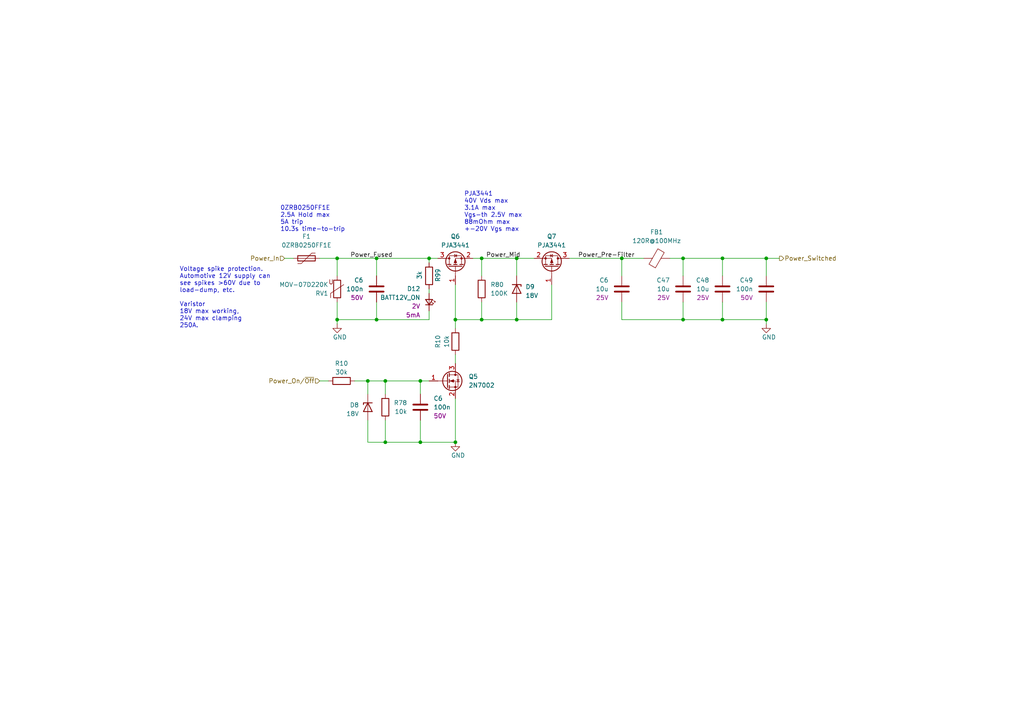
<source format=kicad_sch>
(kicad_sch (version 20250114) (generator "eeschema") (generator_version "9.0")
  (paper "A4")
  (title_block (title "Main architecture") (date "2025-08-10") (rev "1.4") (company "Alex Miller & Martin Roger") (comment 1 "https://github.com/martinroger/VXDash") (comment 2 "https://cadlab.io/projects/vxdash"))
  (lib_symbols
    (symbol "Device:D_Zener" (pin_numbers (hide yes)) (pin_names (offset 1.016) (hide yes))
      (property "Reference" "D" (at 0 2.54 0))
      (property "Value" "D_Zener" (at 0 -2.54 0))
      (symbol "D_Zener_0_1"
        (polyline (pts (xy -1.27 -1.27) (xy -1.27 1.27) (xy -0.762 1.27)) (stroke (width 0.254)))
        (polyline (pts (xy 1.27 0) (xy -1.27 0)))
        (polyline (pts (xy 1.27 -1.27) (xy 1.27 1.27) (xy -1.27 0) (xy 1.27 -1.27)) (stroke (width 0.254)))
      )
      (symbol "D_Zener_1_1"
        (pin passive line (at -3.81 0 0) (length 2.54) (name "K") (number "1"))
        (pin passive line (at 3.81 0 180) (length 2.54) (name "A") (number "2"))
      )
    )
    (symbol "Device:FerriteBead" (pin_numbers (hide yes)) (pin_names (offset 0))
      (property "Reference" "FB" (at -3.81 0.635 90))
      (property "Value" "FerriteBead" (at 3.81 0 90))
      (symbol "FerriteBead_0_1"
        (polyline (pts (xy -2.7686 0.4064) (xy -1.7018 2.2606) (xy 2.7686 -0.3048) (xy 1.6764 -2.159) (xy -2.7686 0.4064)))
        (polyline (pts (xy 0 1.27) (xy 0 1.2954)))
        (polyline (pts (xy 0 -1.27) (xy 0 -1.2192)))
      )
      (symbol "FerriteBead_1_1"
        (pin passive line (at 0 3.81 270) (length 2.54) (name "~") (number "1"))
        (pin passive line (at 0 -3.81 90) (length 2.54) (name "~") (number "2"))
      )
    )
    (symbol "Device:Polyfuse" (pin_numbers (hide yes)) (pin_names (offset 0))
      (property "Reference" "F" (at -2.54 0 90))
      (property "Value" "Polyfuse" (at 2.54 0 90))
      (symbol "Polyfuse_0_1"
        (polyline (pts (xy -1.524 2.54) (xy -1.524 1.524) (xy 1.524 -1.524) (xy 1.524 -2.54)))
        (rectangle (start -0.762 2.54) (end 0.762 -2.54) (stroke (width 0.254)))
        (polyline (pts (xy 0 2.54) (xy 0 -2.54)))
      )
      (symbol "Polyfuse_1_1"
        (pin passive line (at 0 3.81 270) (length 1.27) (name "~") (number "1"))
        (pin passive line (at 0 -3.81 90) (length 1.27) (name "~") (number "2"))
      )
    )
    (symbol "Device:Varistor" (pin_numbers (hide yes)) (pin_names (offset 0))
      (property "Reference" "RV" (at 3.175 0 90))
      (property "Value" "Varistor" (at -3.175 0 90))
      (symbol "Varistor_0_0"
        (text "U" (at -1.778 -2.032 0) (effects (font (size 1.27 1.27))))
      )
      (symbol "Varistor_0_1"
        (polyline (pts (xy -1.905 2.54) (xy -1.905 1.27) (xy 1.905 -1.27)))
        (rectangle (start -1.016 -2.54) (end 1.016 2.54) (stroke (width 0.254)))
      )
      (symbol "Varistor_1_1"
        (pin passive line (at 0 3.81 270) (length 1.27) (name "~") (number "1"))
        (pin passive line (at 0 -3.81 90) (length 1.27) (name "~") (number "2"))
      )
    )
    (symbol "Transistor_FET:Q_NMOS_GSD" (pin_names (offset 0) (hide yes))
      (property "Reference" "Q" (at 5.08 1.905 0))
      (property "Value" "Q_NMOS_GSD" (at 5.08 0 0))
      (symbol "Q_NMOS_GSD_0_1"
        (polyline (pts (xy 0.254 1.905) (xy 0.254 -1.905)) (stroke (width 0.254)))
        (polyline (pts (xy 0.254 0) (xy -2.54 0)))
        (polyline (pts (xy 0.762 2.286) (xy 0.762 1.27)) (stroke (width 0.254)))
        (polyline (pts (xy 0.762 0.508) (xy 0.762 -0.508)) (stroke (width 0.254)))
        (polyline (pts (xy 0.762 -1.27) (xy 0.762 -2.286)) (stroke (width 0.254)))
        (polyline (pts (xy 0.762 -1.778) (xy 3.302 -1.778) (xy 3.302 1.778) (xy 0.762 1.778)))
        (polyline (pts (xy 1.016 0) (xy 2.032 0.381) (xy 2.032 -0.381) (xy 1.016 0)) (fill (type outline)))
        (circle (center 1.651 0) (radius 2.794) (stroke (width 0.254)))
        (polyline (pts (xy 2.54 2.54) (xy 2.54 1.778)))
        (circle (center 2.54 1.778) (radius 0.254) (fill (type outline)))
        (circle (center 2.54 -1.778) (radius 0.254) (fill (type outline)))
        (polyline (pts (xy 2.54 -2.54) (xy 2.54 0) (xy 0.762 0)))
        (polyline (pts (xy 2.921 0.381) (xy 3.683 0.381)))
        (polyline (pts (xy 3.302 0.381) (xy 2.921 -0.254) (xy 3.683 -0.254) (xy 3.302 0.381)))
      )
      (symbol "Q_NMOS_GSD_1_1"
        (pin input line (at -5.08 0 0) (length 2.54) (name "G") (number "1"))
        (pin passive line (at 2.54 5.08 270) (length 2.54) (name "D") (number "3"))
        (pin passive line (at 2.54 -5.08 90) (length 2.54) (name "S") (number "2"))
      )
    )
    (symbol "Transistor_FET:Q_PMOS_GSD" (pin_names (offset 0) (hide yes))
      (property "Reference" "Q" (at 5.08 1.905 0))
      (property "Value" "Q_PMOS_GSD" (at 5.08 0 0))
      (symbol "Q_PMOS_GSD_0_1"
        (polyline (pts (xy 0.254 1.905) (xy 0.254 -1.905)) (stroke (width 0.254)))
        (polyline (pts (xy 0.254 0) (xy -2.54 0)))
        (polyline (pts (xy 0.762 2.286) (xy 0.762 1.27)) (stroke (width 0.254)))
        (polyline (pts (xy 0.762 1.778) (xy 3.302 1.778) (xy 3.302 -1.778) (xy 0.762 -1.778)))
        (polyline (pts (xy 0.762 0.508) (xy 0.762 -0.508)) (stroke (width 0.254)))
        (polyline (pts (xy 0.762 -1.27) (xy 0.762 -2.286)) (stroke (width 0.254)))
        (circle (center 1.651 0) (radius 2.794) (stroke (width 0.254)))
        (polyline (pts (xy 2.286 0) (xy 1.27 0.381) (xy 1.27 -0.381) (xy 2.286 0)) (fill (type outline)))
        (polyline (pts (xy 2.54 2.54) (xy 2.54 1.778)))
        (circle (center 2.54 1.778) (radius 0.254) (fill (type outline)))
        (circle (center 2.54 -1.778) (radius 0.254) (fill (type outline)))
        (polyline (pts (xy 2.54 -2.54) (xy 2.54 0) (xy 0.762 0)))
        (polyline (pts (xy 2.921 -0.381) (xy 3.683 -0.381)))
        (polyline (pts (xy 3.302 -0.381) (xy 2.921 0.254) (xy 3.683 0.254) (xy 3.302 -0.381)))
      )
      (symbol "Q_PMOS_GSD_1_1"
        (pin input line (at -5.08 0 0) (length 2.54) (name "G") (number "1"))
        (pin passive line (at 2.54 5.08 270) (length 2.54) (name "D") (number "3"))
        (pin passive line (at 2.54 -5.08 90) (length 2.54) (name "S") (number "2"))
      )
    )
    (symbol "VXDash_diodes:LED_Small" (pin_numbers (hide yes)) (pin_names (offset 0.254) (hide yes))
      (property "Reference" "D1" (at 0.0635 6.35 0))
      (property "Value" "LED_Small" (at 0.0635 3.81 0))
      (property "Vf" "2V" (at 0 -4.572 0))
      (property "If" "5mA" (at 0 -2.54 0))
      (symbol "LED_Small_0_1"
        (polyline (pts (xy -0.762 -1.016) (xy -0.762 1.016)) (stroke (width 0.254)))
        (polyline (pts (xy 0 0.762) (xy -0.508 1.27) (xy -0.254 1.27) (xy -0.508 1.27) (xy -0.508 1.016)))
        (polyline (pts (xy 0.508 1.27) (xy 0 1.778) (xy 0.254 1.778) (xy 0 1.778) (xy 0 1.524)))
        (polyline (pts (xy 0.762 -1.016) (xy -0.762 0) (xy 0.762 1.016) (xy 0.762 -1.016)) (stroke (width 0.254)))
        (polyline (pts (xy 1.016 0) (xy -0.762 0)))
      )
      (symbol "LED_Small_1_1"
        (pin passive line (at -2.54 0 0) (length 1.778) (name "K") (number "1"))
        (pin passive line (at 2.54 0 180) (length 1.778) (name "A") (number "2"))
      )
    )
    (symbol "VXDash_passives:Cap_MLCC" (pin_numbers (hide yes)) (pin_names (offset 0.254))
      (property "Reference" "C" (at 2.54 2.54 0))
      (property "Value" "Cap_MLCC" (at 2.54 0 0))
      (property "Voltage" "50V" (at 2.54 -2.54 0))
      (symbol "Cap_MLCC_0_1"
        (polyline (pts (xy -2.032 0.762) (xy 2.032 0.762)) (stroke (width 0.508)))
        (polyline (pts (xy -2.032 -0.762) (xy 2.032 -0.762)) (stroke (width 0.508)))
      )
      (symbol "Cap_MLCC_1_1"
        (pin passive line (at 0 3.81 270) (length 2.794) (name "~") (number "1"))
        (pin passive line (at 0 -3.81 90) (length 2.794) (name "~") (number "2"))
      )
    )
    (symbol "VXDash_passives:Res" (pin_numbers (hide yes)) (pin_names (offset 0))
      (property "Reference" "R" (at 1.27 1.27 0))
      (property "Value" "Res" (at 1.27 -1.27 0))
      (symbol "Res_0_1"
        (rectangle (start -1.016 -2.54) (end 1.016 2.54) (stroke (width 0.254)))
      )
      (symbol "Res_1_1"
        (pin passive line (at 0 3.81 270) (length 1.27) (name "~") (number "1"))
        (pin passive line (at 0 -3.81 90) (length 1.27) (name "~") (number "2"))
      )
    )
    (symbol "power:GND" (power) (pin_numbers (hide yes)) (pin_names (offset 0) (hide yes))
      (property "Value" "GND" (at 0 -3.81 0))
      (symbol "GND_0_1"
        (polyline (pts (xy 0 0) (xy 0 -1.27) (xy 1.27 -1.27) (xy 0 -2.54) (xy -1.27 -1.27) (xy 0 -1.27)))
      )
      (symbol "GND_1_1"
        (pin power_in line (at 0 0 270) (length 0) (name "~") (number "1"))
      )
    )
  )
  (text "PJA3441\n40V Vds max\n3.1A max\nVgs-th 2.5V max\n88mOhm max\n+-20V Vgs max" (at 134.62 67.31 0) (effects (font (size 1.27 1.27)) (justify left bottom)))
  (text "Voltage spike protection.\nAutomotive 12V supply can \nsee spikes >60V due to \nload-dump, etc.\n\nVaristor\n18V max working,\n24V max clamping \n250A." (at 52.07 95.25 0) (effects (font (size 1.27 1.27)) (justify left bottom)))
  (text "0ZRB0250FF1E\n2.5A Hold max\n5A trip\n10.3s time-to-trip" (at 81.28 67.31 0) (effects (font (size 1.27 1.27)) (justify left bottom)))
  (junction (at 106.68 110.49))
  (junction (at 139.7 74.93))
  (junction (at 121.92 110.49))
  (junction (at 97.79 92.71))
  (junction (at 109.22 74.93))
  (junction (at 222.25 92.71))
  (junction (at 121.92 128.27))
  (junction (at 111.76 128.27))
  (junction (at 111.76 110.49))
  (junction (at 139.7 92.71))
  (junction (at 132.08 128.27))
  (junction (at 149.86 74.93))
  (junction (at 198.12 74.93))
  (junction (at 149.86 92.71))
  (junction (at 209.55 74.93))
  (junction (at 209.55 92.71))
  (junction (at 198.12 92.71))
  (junction (at 97.79 74.93))
  (junction (at 222.25 74.93))
  (junction (at 132.08 92.71))
  (junction (at 109.22 92.71))
  (junction (at 180.34 74.93))
  (junction (at 124.46 74.93))
  (wire (pts (xy 198.12 87.63) (xy 198.12 92.71)))
  (wire (pts (xy 92.71 74.93) (xy 97.79 74.93)))
  (wire (pts (xy 111.76 110.49) (xy 111.76 114.3)))
  (wire (pts (xy 180.34 74.93) (xy 180.34 80.01)))
  (wire (pts (xy 97.79 92.71) (xy 97.79 93.98)))
  (wire (pts (xy 124.46 74.93) (xy 124.46 76.2)))
  (wire (pts (xy 109.22 74.93) (xy 109.22 80.01)))
  (wire (pts (xy 149.86 92.71) (xy 160.02 92.71)))
  (wire (pts (xy 180.34 87.63) (xy 180.34 92.71)))
  (wire (pts (xy 124.46 83.82) (xy 124.46 85.09)))
  (wire (pts (xy 97.79 74.93) (xy 97.79 80.01)))
  (wire (pts (xy 121.92 110.49) (xy 121.92 114.3)))
  (wire (pts (xy 121.92 110.49) (xy 124.46 110.49)))
  (wire (pts (xy 109.22 92.71) (xy 124.46 92.71)))
  (wire (pts (xy 132.08 92.71) (xy 139.7 92.71)))
  (wire (pts (xy 149.86 74.93) (xy 149.86 80.01)))
  (wire (pts (xy 165.1 74.93) (xy 180.34 74.93)))
  (wire (pts (xy 111.76 110.49) (xy 121.92 110.49)))
  (wire (pts (xy 137.16 74.93) (xy 139.7 74.93)))
  (wire (pts (xy 222.25 93.98) (xy 222.25 92.71)))
  (wire (pts (xy 149.86 92.71) (xy 149.86 87.63)))
  (wire (pts (xy 106.68 110.49) (xy 106.68 114.3)))
  (wire (pts (xy 149.86 74.93) (xy 154.94 74.93)))
  (wire (pts (xy 97.79 87.63) (xy 97.79 92.71)))
  (wire (pts (xy 222.25 92.71) (xy 209.55 92.71)))
  (wire (pts (xy 160.02 82.55) (xy 160.02 92.71)))
  (wire (pts (xy 92.71 110.49) (xy 95.25 110.49)))
  (wire (pts (xy 111.76 128.27) (xy 121.92 128.27)))
  (wire (pts (xy 209.55 87.63) (xy 209.55 92.71)))
  (wire (pts (xy 139.7 74.93) (xy 149.86 74.93)))
  (wire (pts (xy 180.34 74.93) (xy 186.69 74.93)))
  (wire (pts (xy 132.08 128.27) (xy 132.08 115.57)))
  (wire (pts (xy 139.7 74.93) (xy 139.7 80.01)))
  (wire (pts (xy 82.55 74.93) (xy 85.09 74.93)))
  (wire (pts (xy 209.55 92.71) (xy 198.12 92.71)))
  (wire (pts (xy 97.79 92.71) (xy 109.22 92.71)))
  (wire (pts (xy 121.92 121.92) (xy 121.92 128.27)))
  (wire (pts (xy 102.87 110.49) (xy 106.68 110.49)))
  (wire (pts (xy 109.22 87.63) (xy 109.22 92.71)))
  (wire (pts (xy 132.08 82.55) (xy 132.08 92.71)))
  (wire (pts (xy 222.25 74.93) (xy 222.25 80.01)))
  (wire (pts (xy 106.68 128.27) (xy 111.76 128.27)))
  (wire (pts (xy 124.46 90.17) (xy 124.46 92.71)))
  (wire (pts (xy 209.55 74.93) (xy 209.55 80.01)))
  (wire (pts (xy 132.08 102.87) (xy 132.08 105.41)))
  (wire (pts (xy 97.79 74.93) (xy 109.22 74.93)))
  (wire (pts (xy 198.12 74.93) (xy 198.12 80.01)))
  (wire (pts (xy 106.68 128.27) (xy 106.68 121.92)))
  (wire (pts (xy 194.31 74.93) (xy 198.12 74.93)))
  (wire (pts (xy 109.22 74.93) (xy 124.46 74.93)))
  (wire (pts (xy 121.92 128.27) (xy 132.08 128.27)))
  (wire (pts (xy 139.7 92.71) (xy 149.86 92.71)))
  (wire (pts (xy 111.76 121.92) (xy 111.76 128.27)))
  (wire (pts (xy 106.68 110.49) (xy 111.76 110.49)))
  (wire (pts (xy 209.55 74.93) (xy 222.25 74.93)))
  (wire (pts (xy 198.12 74.93) (xy 209.55 74.93)))
  (wire (pts (xy 124.46 74.93) (xy 127 74.93)))
  (wire (pts (xy 180.34 92.71) (xy 198.12 92.71)))
  (wire (pts (xy 132.08 92.71) (xy 132.08 95.25)))
  (wire (pts (xy 222.25 74.93) (xy 226.06 74.93)))
  (wire (pts (xy 139.7 87.63) (xy 139.7 92.71)))
  (wire (pts (xy 222.25 87.63) (xy 222.25 92.71)))
  (label "Power_Pre-Filter" (at 167.64 74.93 0))
  (label "Power_Mid" (at 140.97 74.93 0))
  (label "Power_Fused" (at 101.6 74.93 0))
  (hierarchical_label "Power_On{slash}~{Off}" (shape input) (at 92.71 110.49 180))
  (hierarchical_label "Power_Switched" (shape output) (at 226.06 74.93 0))
  (hierarchical_label "Power_In" (shape input) (at 82.55 74.93 180))
  (symbol (lib_id "VXDash_passives:Res") (at 132.08 99.06 180) (unit 1)
    (property "Reference" "R79" (at 127 99.06 90))
    (property "Value" "10k" (at 129.54 99.06 90))
    (property "Footprint" "Resistor_SMD:R_0603_1608Metric_Pad0.98x0.95mm_HandSolder" (effects (hide yes)))
    (property "Datasheet" "http://datasheet.octopart.com/RC0603FR-0710KL-Yageo-datasheet-141265859.pdf" (effects (hide yes)))
    (property "Tol" "1%" (effects (hide yes)))
    (property "Power" "100mW" (effects (hide yes)))
    (property "MFT" "Yageo" (effects (hide yes)))
    (property "MFT_PN" "RC0603FR-0710KL" (effects (hide yes)))
    (property "LCSC" "C98220" (effects (hide yes)))
    (instances (project "DashSpy" (path "" (reference "R10") (unit 1)) (path "" (reference "R25") (unit 1)) (path "" (reference "R31") (unit 1)) (path "" (reference "R43") (unit 1)) (path "" (reference "R40") (unit 1)) (path "" (reference "R37") (unit 1)) (path "" (reference "R49") (unit 1)) (path "" (reference "R46") (unit 1)) (path "" (reference "R34") (unit 1)) (path "" (reference "R28") (unit 1)) (path "" (reference "R52") (unit 1))) (project "VXDash" (path "" (reference "R79") (unit 1))))
  )
  (symbol (lib_id "power:GND") (at 222.25 93.98 0) (unit 1)
    (property "Reference" "#PWR066" (effects (hide yes)))
    (property "Value" "GND" (at 220.98 97.79 0) (effects (justify left)))
    (property "Description" "Power symbol creates a global label with name \"GND\" , ground" (effects (hide yes)))
    (instances (project "DashSpy" (path "" (reference "#PWR06") (unit 1))) (project "VXDash" (path "" (reference "#PWR066") (unit 1))))
  )
  (symbol (lib_id "VXDash_diodes:LED_Small") (at 124.46 87.63 270) (mirror x) (unit 1)
    (property "Reference" "D12" (at 121.92 83.7564 90) (effects (justify right)))
    (property "Value" "BATT12V_ON" (at 121.92 86.2964 90) (effects (justify right)))
    (property "Footprint" "LED_SMD:LED_0603_1608Metric_Pad1.05x0.95mm_HandSolder" (effects (hide yes)))
    (property "Datasheet" "http://datasheet.octopart.com/LTST-C190KFKT-Lite-On-datasheet-26684741.pdf" (effects (hide yes)))
    (property "Description" "Light emitting diode, small symbol" (effects (hide yes)))
    (property "Sim.Pin" "1=K 2=A" (effects (hide yes)))
    (property "MFT" "Lite-On" (effects (hide yes)))
    (property "MFT_PN" "LTST-C190KFKT" (effects (hide yes)))
    (property "Vf" "2V" (at 121.92 88.8364 90) (effects (justify right)))
    (property "If" "5mA" (at 121.92 91.3764 90) (effects (justify right)))
    (property "LCSC" "C157740" (effects (hide yes)))
  )
  (symbol (lib_id "VXDash_passives:Cap_MLCC") (at 222.25 83.82 0) (mirror x) (unit 1)
    (property "Reference" "C49" (at 218.44 81.2799 0) (effects (justify right)))
    (property "Value" "100n" (at 218.44 83.8199 0) (effects (justify right)))
    (property "Footprint" "Capacitor_SMD:C_0603_1608Metric_Pad1.08x0.95mm_HandSolder" (effects (hide yes)))
    (property "Datasheet" "http://datasheet.octopart.com/CL10B104KB8NNWC-Samsung-datasheet-8326407.pdf" (effects (hide yes)))
    (property "MFT" "Samsung Electro-Mechanics" (effects (hide yes)))
    (property "MFT_PN" "CL10B104KB8NNWC" (effects (hide yes)))
    (property "Dielectric" "X7R" (effects (hide yes)))
    (property "Tol" "10%" (effects (hide yes)))
    (property "Voltage" "50V" (at 218.44 86.3599 0) (effects (justify right)))
    (property "LCSC" "C16194176" (effects (hide yes)))
  )
  (symbol (lib_id "Device:FerriteBead") (at 190.5 74.93 90) (unit 1)
    (property "Reference" "FB1" (at 190.4492 67.31 90))
    (property "Value" "120R@100MHz" (at 190.4492 69.85 90))
    (property "Footprint" "Inductor_SMD:L_0805_2012Metric" (effects (hide yes)))
    (property "Datasheet" "https://www.we-online.com/katalog/datasheet/742792023.pdf" (effects (hide yes)))
    (property "Description" "FERRITE BEAD 120 OHM 0805 1LN" (effects (hide yes)))
    (property "MFT" "Würth Elektronik" (effects (hide yes)))
    (property "MFT_PN" "742792023" (effects (hide yes)))
    (property "ALT_MFT_PN_1" "BLM21PG121SN1D" (effects (hide yes)))
    (property "LCSC" "N/A" (effects (hide yes)))
    (property "LCSC alt" "C79382" (effects (hide yes)))
  )
  (symbol (lib_id "Transistor_FET:Q_PMOS_GSD") (at 132.08 77.47 90) (unit 1)
    (property "Reference" "Q6" (at 132.08 68.58 90))
    (property "Value" "PJA3441" (at 132.08 71.12 90))
    (property "Footprint" "Package_TO_SOT_SMD:SOT-23" (effects (hide yes)))
    (property "Datasheet" "https://www.panjit.com.tw/upload/datasheet/PJA3441.pdf?srsltid=AfmBOorcXQifrwfHYhMWRYHvs2fEGINIyw20eErdW3fOG6z6g98X7-Kb" (effects (hide yes)))
    (property "Description" "P-MOSFET transistor, gate/source/drain" (effects (hide yes)))
    (property "MFT" "Panjit" (effects (hide yes)))
    (property "MFT_PN" "PJA3441_R1_00001" (effects (hide yes)))
    (property "LCSC" "C313504" (effects (hide yes)))
  )
  (symbol (lib_id "VXDash_passives:Cap_MLCC") (at 109.22 83.82 0) (mirror x) (unit 1)
    (property "Reference" "C44" (at 105.41 81.2799 0) (effects (justify right)))
    (property "Value" "100n" (at 105.41 83.8199 0) (effects (justify right)))
    (property "Footprint" "Capacitor_SMD:C_0603_1608Metric_Pad1.08x0.95mm_HandSolder" (effects (hide yes)))
    (property "Datasheet" "http://datasheet.octopart.com/CL10B104KB8NNWC-Samsung-datasheet-8326407.pdf" (effects (hide yes)))
    (property "MFT" "Samsung Electro-Mechanics" (effects (hide yes)))
    (property "MFT_PN" "CL10B104KB8NNWC" (effects (hide yes)))
    (property "Dielectric" "X7R" (effects (hide yes)))
    (property "Tol" "10%" (effects (hide yes)))
    (property "Voltage" "50V" (at 105.41 86.3599 0) (effects (justify right)))
    (property "LCSC" "C16194176" (effects (hide yes)))
    (instances (project "DashSpy" (path "" (reference "C6") (unit 1))) (project "VXDash" (path "" (reference "C44") (unit 1))))
  )
  (symbol (lib_id "VXDash_passives:Res") (at 111.76 118.11 0) (mirror y) (unit 1)
    (property "Reference" "R78" (at 118.11 116.84 0) (effects (justify left)))
    (property "Value" "10k" (at 118.11 119.38 0) (effects (justify left)))
    (property "Footprint" "Resistor_SMD:R_0603_1608Metric_Pad0.98x0.95mm_HandSolder" (effects (hide yes)))
    (property "Datasheet" "http://datasheet.octopart.com/RC0603FR-0710KL-Yageo-datasheet-141265859.pdf" (effects (hide yes)))
    (property "Tol" "1%" (effects (hide yes)))
    (property "Power" "100mW" (effects (hide yes)))
    (property "MFT" "Yageo" (effects (hide yes)))
    (property "MFT_PN" "RC0603FR-0710KL" (effects (hide yes)))
    (property "LCSC" "C98220" (effects (hide yes)))
  )
  (symbol (lib_id "power:GND") (at 97.79 93.98 0) (unit 1)
    (property "Reference" "#PWR064" (effects (hide yes)))
    (property "Value" "GND" (at 96.52 97.79 0) (effects (justify left)))
    (property "Description" "Power symbol creates a global label with name \"GND\" , ground" (effects (hide yes)))
    (instances (project "DashSpy" (path "" (reference "#PWR06") (unit 1))) (project "VXDash" (path "" (reference "#PWR064") (unit 1))))
  )
  (symbol (lib_id "Device:D_Zener") (at 149.86 83.82 270) (unit 1)
    (property "Reference" "D9" (at 152.4 83.185 90) (effects (justify left)))
    (property "Value" "18V" (at 152.4 85.725 90) (effects (justify left)))
    (property "Footprint" "Diode_SMD:D_SOD-123" (effects (hide yes)))
    (property "Datasheet" "https://www.mccsemi.com/pdf/Products/BZT52C2V4~BZT52C75(500mW)(SOD-123).pdf" (effects (hide yes)))
    (property "Description" "DIODE ZENER 18V 200MW SOD123" (effects (hide yes)))
    (property "MFT" "Micro Commercial Co" (effects (hide yes)))
    (property "MFT_PN" "BZT52C18-TP" (effects (hide yes)))
    (property "ALT_MFT_PN_1" "BZT52C18-E3-08" (effects (hide yes)))
    (property "LCSC" "C668896" (effects (hide yes)))
    (property "LCSC alt" "C467525" (effects (hide yes)))
  )
  (symbol (lib_id "VXDash_passives:Res") (at 99.06 110.49 90) (unit 1)
    (property "Reference" "R77" (at 99.06 105.41 90))
    (property "Value" "30k" (at 99.06 107.95 90))
    (property "Footprint" "Resistor_SMD:R_0805_2012Metric_Pad1.20x1.40mm_HandSolder" (effects (hide yes)))
    (property "Datasheet" "http://datasheet.octopart.com/RC0805FR-0730KL-Yageo-datasheet-103092701.pdf" (effects (hide yes)))
    (property "Tol" "1%" (effects (hide yes)))
    (property "Power" "125mW" (effects (hide yes)))
    (property "MFT" "Yageo" (effects (hide yes)))
    (property "MFT_PN" "RC0805FR-0730KL" (effects (hide yes)))
    (property "LCSC" "C126352" (effects (hide yes)))
    (instances (project "DashSpy" (path "" (reference "R10") (unit 1)) (path "" (reference "R25") (unit 1)) (path "" (reference "R31") (unit 1)) (path "" (reference "R43") (unit 1)) (path "" (reference "R40") (unit 1)) (path "" (reference "R37") (unit 1)) (path "" (reference "R49") (unit 1)) (path "" (reference "R46") (unit 1)) (path "" (reference "R34") (unit 1)) (path "" (reference "R28") (unit 1)) (path "" (reference "R52") (unit 1))) (project "VXDash" (path "" (reference "R77") (unit 1))))
  )
  (symbol (lib_id "Transistor_FET:Q_PMOS_GSD") (at 160.02 77.47 270) (mirror x) (unit 1)
    (property "Reference" "Q7" (at 160.02 68.58 90))
    (property "Value" "PJA3441" (at 160.02 71.12 90))
    (property "Footprint" "Package_TO_SOT_SMD:SOT-23" (effects (hide yes)))
    (property "Datasheet" "https://www.panjit.com.tw/upload/datasheet/PJA3441.pdf?srsltid=AfmBOorcXQifrwfHYhMWRYHvs2fEGINIyw20eErdW3fOG6z6g98X7-Kb" (effects (hide yes)))
    (property "Description" "P-MOSFET transistor, gate/source/drain" (effects (hide yes)))
    (property "MFT" "Panjit" (effects (hide yes)))
    (property "MFT_PN" "PJA3441_R1_00001" (effects (hide yes)))
    (property "LCSC" "C313504" (effects (hide yes)))
  )
  (symbol (lib_id "Transistor_FET:Q_NMOS_GSD") (at 129.54 110.49 0) (unit 1)
    (property "Reference" "Q5" (at 135.89 109.2199 0) (effects (justify left)))
    (property "Value" "2N7002" (at 135.89 111.7599 0) (effects (justify left)))
    (property "Footprint" "Package_TO_SOT_SMD:SOT-23" (effects (hide yes)))
    (property "Datasheet" "http://datasheet.octopart.com/2N7002-TP-Micro-Commercial-datasheet-13536379.pdf" (effects (hide yes)))
    (property "Description" "N-MOSFET transistor, gate/source/drain" (effects (hide yes)))
    (property "MFT" "Micro Commercial Co" (effects (hide yes)))
    (property "MFT_PN" "2N7002-TP" (effects (hide yes)))
    (property "LCSC" "C78712" (effects (hide yes)))
  )
  (symbol (lib_id "power:GND") (at 132.08 128.27 0) (unit 1)
    (property "Reference" "#PWR065" (effects (hide yes)))
    (property "Value" "GND" (at 130.81 132.08 0) (effects (justify left)))
    (property "Description" "Power symbol creates a global label with name \"GND\" , ground" (effects (hide yes)))
    (instances (project "DashSpy" (path "" (reference "#PWR06") (unit 1))) (project "VXDash" (path "" (reference "#PWR065") (unit 1))))
  )
  (symbol (lib_id "VXDash_passives:Cap_MLCC") (at 198.12 83.82 0) (mirror x) (unit 1)
    (property "Reference" "C47" (at 194.31 81.2799 0) (effects (justify right)))
    (property "Value" "10u" (at 194.31 83.8199 0) (effects (justify right)))
    (property "Footprint" "Capacitor_SMD:C_1206_3216Metric_Pad1.33x1.80mm_HandSolder" (effects (hide yes)))
    (property "Datasheet" "http://datasheet.octopart.com/CL31B106KAHNNNE-Samsung-Electro-Mechanics-datasheet-136482614.pdf" (effects (hide yes)))
    (property "MFT" "Samsung Electro-Mechanics" (effects (hide yes)))
    (property "MFT_PN" "CL31B106KAHNNNE" (effects (hide yes)))
    (property "Dielectric" "X7R" (effects (hide yes)))
    (property "Tol" "10%" (effects (hide yes)))
    (property "Voltage" "25V" (at 194.31 86.3599 0) (effects (justify right)))
    (property "LCSC" "C14860" (effects (hide yes)))
  )
  (symbol (lib_id "VXDash_passives:Cap_MLCC") (at 121.92 118.11 180) (unit 1)
    (property "Reference" "C45" (at 125.73 115.5699 0) (effects (justify right)))
    (property "Value" "100n" (at 125.73 118.1099 0) (effects (justify right)))
    (property "Footprint" "Capacitor_SMD:C_0603_1608Metric_Pad1.08x0.95mm_HandSolder" (effects (hide yes)))
    (property "Datasheet" "http://datasheet.octopart.com/CL10B104KB8NNWC-Samsung-datasheet-8326407.pdf" (effects (hide yes)))
    (property "MFT" "Samsung Electro-Mechanics" (effects (hide yes)))
    (property "MFT_PN" "CL10B104KB8NNWC" (effects (hide yes)))
    (property "Dielectric" "X7R" (effects (hide yes)))
    (property "Tol" "10%" (effects (hide yes)))
    (property "Voltage" "50V" (at 125.73 120.6499 0) (effects (justify right)))
    (property "LCSC" "C16194176" (effects (hide yes)))
    (instances (project "DashSpy" (path "" (reference "C6") (unit 1))) (project "VXDash" (path "" (reference "C45") (unit 1))))
  )
  (symbol (lib_id "Device:D_Zener") (at 106.68 118.11 90) (mirror x) (unit 1)
    (property "Reference" "D8" (at 104.14 117.475 90) (effects (justify left)))
    (property "Value" "18V" (at 104.14 120.015 90) (effects (justify left)))
    (property "Footprint" "Diode_SMD:D_SOD-123" (effects (hide yes)))
    (property "Datasheet" "https://www.mccsemi.com/pdf/Products/BZT52C2V4~BZT52C75(500mW)(SOD-123).pdf" (effects (hide yes)))
    (property "Description" "DIODE ZENER 18V 200MW SOD123" (effects (hide yes)))
    (property "MFT" "Micro Commercial Co" (effects (hide yes)))
    (property "MFT_PN" "BZT52C18-TP" (effects (hide yes)))
    (property "ALT_MFT_PN_1" "BZT52C18-E3-08" (effects (hide yes)))
    (property "LCSC" "C668896" (effects (hide yes)))
    (property "LCSC alt" "C467525" (effects (hide yes)))
  )
  (symbol (lib_id "VXDash_passives:Res") (at 139.7 83.82 0) (unit 1)
    (property "Reference" "R80" (at 142.24 82.5499 0) (effects (justify left)))
    (property "Value" "100K" (at 142.24 85.0899 0) (effects (justify left)))
    (property "Footprint" "Resistor_SMD:R_0603_1608Metric_Pad0.98x0.95mm_HandSolder" (effects (hide yes)))
    (property "Datasheet" "http://datasheet.octopart.com/RC0603FR-07100KL-Yageo-datasheet-141265859.pdf" (effects (hide yes)))
    (property "Tol" "1%" (effects (hide yes)))
    (property "Power" "100mW" (effects (hide yes)))
    (property "MFT" "Yageo" (effects (hide yes)))
    (property "MFT_PN" "RC0603FR-07100KL" (effects (hide yes)))
    (property "LCSC" "C14675" (effects (hide yes)))
  )
  (symbol (lib_id "Device:Polyfuse") (at 88.9 74.93 90) (unit 1)
    (property "Reference" "F1" (at 88.9 68.58 90))
    (property "Value" "0ZRB0250FF1E" (at 88.9 71.12 90))
    (property "Footprint" "Fuse:Fuse_BelFuse_0ZRE0033FF_L11.4mm_W3.8mm" (effects (hide yes)))
    (property "Datasheet" "https://www.belfuse.com/resources/datasheets/circuitprotection/ds-cp-0zrb-series.pdf" (effects (hide yes)))
    (property "Description" "PTC RESET FUSE 30V 2.5A RADIAL" (effects (hide yes)))
    (property "MFT" "Bel Fuse" (effects (hide yes)))
    (property "MFT_PN" "0ZRB0250FF1E" (effects (hide yes)))
    (property "LCSC" "C3761262" (effects (hide yes)))
    (property "LCSC alt" "C207101" (effects (hide yes)))
  )
  (symbol (lib_id "VXDash_passives:Cap_MLCC") (at 180.34 83.82 0) (mirror x) (unit 1)
    (property "Reference" "C46" (at 176.53 81.2799 0) (effects (justify right)))
    (property "Value" "10u" (at 176.53 83.8199 0) (effects (justify right)))
    (property "Footprint" "Capacitor_SMD:C_1206_3216Metric_Pad1.33x1.80mm_HandSolder" (effects (hide yes)))
    (property "Datasheet" "http://datasheet.octopart.com/CL31B106KAHNNNE-Samsung-Electro-Mechanics-datasheet-136482614.pdf" (effects (hide yes)))
    (property "MFT" "Samsung Electro-Mechanics" (effects (hide yes)))
    (property "MFT_PN" "CL31B106KAHNNNE" (effects (hide yes)))
    (property "Dielectric" "X7R" (effects (hide yes)))
    (property "Tol" "10%" (effects (hide yes)))
    (property "Voltage" "25V" (at 176.53 86.3599 0) (effects (justify right)))
    (property "LCSC" "C14860" (effects (hide yes)))
    (instances (project "DashSpy" (path "" (reference "C6") (unit 1))) (project "VXDash" (path "" (reference "C46") (unit 1))))
  )
  (symbol (lib_id "VXDash_passives:Cap_MLCC") (at 209.55 83.82 0) (mirror x) (unit 1)
    (property "Reference" "C48" (at 205.74 81.2799 0) (effects (justify right)))
    (property "Value" "10u" (at 205.74 83.8199 0) (effects (justify right)))
    (property "Footprint" "Capacitor_SMD:C_1206_3216Metric_Pad1.33x1.80mm_HandSolder" (effects (hide yes)))
    (property "Datasheet" "http://datasheet.octopart.com/CL31B106KAHNNNE-Samsung-Electro-Mechanics-datasheet-136482614.pdf" (effects (hide yes)))
    (property "MFT" "Samsung Electro-Mechanics" (effects (hide yes)))
    (property "MFT_PN" "CL31B106KAHNNNE" (effects (hide yes)))
    (property "Dielectric" "X7R" (effects (hide yes)))
    (property "Tol" "10%" (effects (hide yes)))
    (property "Voltage" "25V" (at 205.74 86.3599 0) (effects (justify right)))
    (property "LCSC" "C14860" (effects (hide yes)))
  )
  (symbol (lib_id "Device:Varistor") (at 97.79 83.82 0) (mirror x) (unit 1)
    (property "Reference" "RV1" (at 95.25 85.09 0) (effects (justify right)))
    (property "Value" "MOV-07D220K" (at 95.25 82.55 0) (effects (justify right)))
    (property "Footprint" "Varistor:RV_Disc_D9mm_W3.5mm_P5mm" (effects (hide yes)))
    (property "Datasheet" "https://www.bourns.com/docs/Product-Datasheets/MOV07D.pdf" (effects (hide yes)))
    (property "Description" "VARISTOR 22V 250A DISC 7MM" (effects (hide yes)))
    (property "MFT" "Bourns" (effects (hide yes)))
    (property "MFT_PN" "MOV-07D220K" (effects (hide yes)))
    (property "LCSC" "C1528486" (effects (hide yes)))
  )
  (symbol (lib_id "VXDash_passives:Res") (at 124.46 80.01 0) (unit 1)
    (property "Reference" "R99" (at 127 81.788 90) (effects (justify left)))
    (property "Value" "3k" (at 121.666 81.026 90) (effects (justify left)))
    (property "Footprint" "Resistor_SMD:R_0603_1608Metric_Pad0.98x0.95mm_HandSolder" (effects (hide yes)))
    (property "Datasheet" "http://datasheet.octopart.com/RC0603FR-073KL-Yageo-datasheet-103092701.pdf" (effects (hide yes)))
    (property "Tol" "1%" (effects (hide yes)))
    (property "Power" "100mW" (effects (hide yes)))
    (property "MFT" "Yageo" (effects (hide yes)))
    (property "MFT_PN" "RC0603FR-073KL" (effects (hide yes)))
    (property "LCSC" "C126358" (effects (hide yes)))
  )
)
</source>
